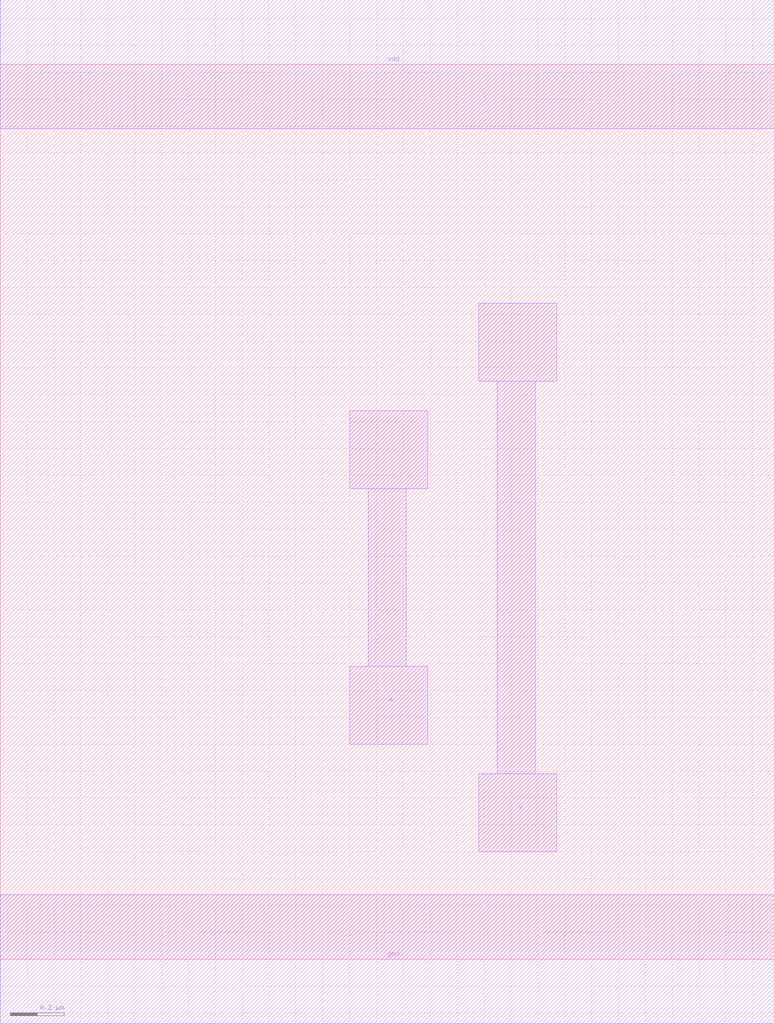
<source format=lef>
VERSION 5.7 ;
  NOWIREEXTENSIONATPIN ON ;
  DIVIDERCHAR "/" ;
  BUSBITCHARS "[]" ;
MACRO INVX1
  CLASS CORE ;
  FOREIGN INVX1 ;
  ORIGIN 0.000 0.000 ;
  SIZE 2.880 BY 3.330 ;
  SYMMETRY X Y R90 ;
  SITE unithd ;
  PIN vdd
    DIRECTION INOUT ;
    USE POWER ;
    SHAPE ABUTMENT ;
    PORT
      LAYER met1 ;
        RECT 0.000 3.090 2.880 3.570 ;
    END
  END vdd
  PIN gnd
    DIRECTION INOUT ;
    USE GROUND ;
    SHAPE ABUTMENT ;
    PORT
      LAYER met1 ;
        RECT 0.000 -0.240 2.880 0.240 ;
    END
  END gnd
  PIN Y
    DIRECTION INOUT ;
    USE SIGNAL ;
    SHAPE ABUTMENT ;
    PORT
      LAYER met1 ;
        RECT 1.780 2.150 2.070 2.440 ;
        RECT 1.850 0.690 1.990 2.150 ;
        RECT 1.780 0.400 2.070 0.690 ;
    END
  END Y
  PIN A
    DIRECTION INOUT ;
    USE SIGNAL ;
    SHAPE ABUTMENT ;
    PORT
      LAYER met1 ;
        RECT 1.300 1.750 1.590 2.040 ;
        RECT 1.370 1.090 1.510 1.750 ;
        RECT 1.300 0.800 1.590 1.090 ;
    END
  END A
END INVX1
END LIBRARY


</source>
